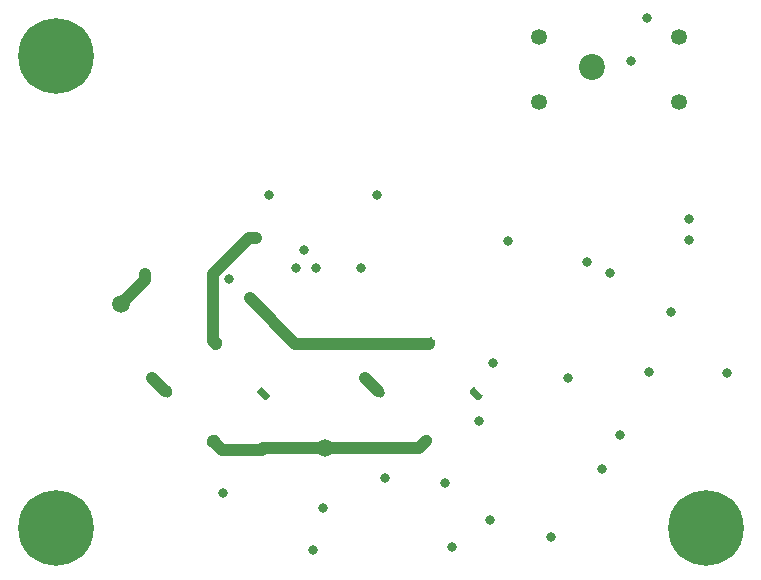
<source format=gbr>
G04 #@! TF.GenerationSoftware,KiCad,Pcbnew,(5.1.5-0)*
G04 #@! TF.CreationDate,2020-09-28T19:51:32-07:00*
G04 #@! TF.ProjectId,Luminometer_ADC,4c756d69-6e6f-46d6-9574-65725f414443,rev?*
G04 #@! TF.SameCoordinates,Original*
G04 #@! TF.FileFunction,Copper,L4,Bot*
G04 #@! TF.FilePolarity,Positive*
%FSLAX46Y46*%
G04 Gerber Fmt 4.6, Leading zero omitted, Abs format (unit mm)*
G04 Created by KiCad (PCBNEW (5.1.5-0)) date 2020-09-28 19:51:32*
%MOMM*%
%LPD*%
G04 APERTURE LIST*
%ADD10C,1.350000*%
%ADD11C,1.500000*%
%ADD12C,6.400000*%
%ADD13C,0.100000*%
%ADD14C,0.800000*%
%ADD15C,2.200000*%
%ADD16C,1.000000*%
%ADD17C,0.500000*%
G04 APERTURE END LIST*
D10*
X160898000Y-88869000D03*
X172768000Y-88869000D03*
X172768000Y-83369000D03*
X160898000Y-83369000D03*
D11*
X125500000Y-106000000D03*
D12*
X175000000Y-125000000D03*
X120000000Y-125000000D03*
G04 #@! TA.AperFunction,SMDPad,CuDef*
D13*
G36*
X133742546Y-108817238D02*
G01*
X133757107Y-108819398D01*
X133771386Y-108822975D01*
X133785246Y-108827934D01*
X133798553Y-108834228D01*
X133811179Y-108841796D01*
X133823002Y-108850564D01*
X133833909Y-108860450D01*
X134046041Y-109072582D01*
X134055927Y-109083489D01*
X134064695Y-109095312D01*
X134072263Y-109107938D01*
X134078557Y-109121245D01*
X134083516Y-109135105D01*
X134087093Y-109149384D01*
X134089253Y-109163945D01*
X134089975Y-109178648D01*
X134089253Y-109193351D01*
X134087093Y-109207912D01*
X134083516Y-109222191D01*
X134078557Y-109236051D01*
X134072263Y-109249358D01*
X134064695Y-109261984D01*
X134055927Y-109273807D01*
X134046041Y-109284714D01*
X133480355Y-109850400D01*
X133469448Y-109860286D01*
X133457625Y-109869054D01*
X133444999Y-109876622D01*
X133431692Y-109882916D01*
X133417832Y-109887875D01*
X133403553Y-109891452D01*
X133388992Y-109893612D01*
X133374289Y-109894334D01*
X133359586Y-109893612D01*
X133345025Y-109891452D01*
X133330746Y-109887875D01*
X133316886Y-109882916D01*
X133303579Y-109876622D01*
X133290953Y-109869054D01*
X133279130Y-109860286D01*
X133268223Y-109850400D01*
X133056091Y-109638268D01*
X133046205Y-109627361D01*
X133037437Y-109615538D01*
X133029869Y-109602912D01*
X133023575Y-109589605D01*
X133018616Y-109575745D01*
X133015039Y-109561466D01*
X133012879Y-109546905D01*
X133012157Y-109532202D01*
X133012879Y-109517499D01*
X133015039Y-109502938D01*
X133018616Y-109488659D01*
X133023575Y-109474799D01*
X133029869Y-109461492D01*
X133037437Y-109448866D01*
X133046205Y-109437043D01*
X133056091Y-109426136D01*
X133621777Y-108860450D01*
X133632684Y-108850564D01*
X133644507Y-108841796D01*
X133657133Y-108834228D01*
X133670440Y-108827934D01*
X133684300Y-108822975D01*
X133698579Y-108819398D01*
X133713140Y-108817238D01*
X133727843Y-108816516D01*
X133742546Y-108817238D01*
G37*
G04 #@! TD.AperFunction*
G04 #@! TA.AperFunction,SMDPad,CuDef*
G36*
X137419501Y-113059879D02*
G01*
X137434062Y-113062039D01*
X137448341Y-113065616D01*
X137462201Y-113070575D01*
X137475508Y-113076869D01*
X137488134Y-113084437D01*
X137499957Y-113093205D01*
X137510864Y-113103091D01*
X138076550Y-113668777D01*
X138086436Y-113679684D01*
X138095204Y-113691507D01*
X138102772Y-113704133D01*
X138109066Y-113717440D01*
X138114025Y-113731300D01*
X138117602Y-113745579D01*
X138119762Y-113760140D01*
X138120484Y-113774843D01*
X138119762Y-113789546D01*
X138117602Y-113804107D01*
X138114025Y-113818386D01*
X138109066Y-113832246D01*
X138102772Y-113845553D01*
X138095204Y-113858179D01*
X138086436Y-113870002D01*
X138076550Y-113880909D01*
X137864418Y-114093041D01*
X137853511Y-114102927D01*
X137841688Y-114111695D01*
X137829062Y-114119263D01*
X137815755Y-114125557D01*
X137801895Y-114130516D01*
X137787616Y-114134093D01*
X137773055Y-114136253D01*
X137758352Y-114136975D01*
X137743649Y-114136253D01*
X137729088Y-114134093D01*
X137714809Y-114130516D01*
X137700949Y-114125557D01*
X137687642Y-114119263D01*
X137675016Y-114111695D01*
X137663193Y-114102927D01*
X137652286Y-114093041D01*
X137086600Y-113527355D01*
X137076714Y-113516448D01*
X137067946Y-113504625D01*
X137060378Y-113491999D01*
X137054084Y-113478692D01*
X137049125Y-113464832D01*
X137045548Y-113450553D01*
X137043388Y-113435992D01*
X137042666Y-113421289D01*
X137043388Y-113406586D01*
X137045548Y-113392025D01*
X137049125Y-113377746D01*
X137054084Y-113363886D01*
X137060378Y-113350579D01*
X137067946Y-113337953D01*
X137076714Y-113326130D01*
X137086600Y-113315223D01*
X137298732Y-113103091D01*
X137309639Y-113093205D01*
X137321462Y-113084437D01*
X137334088Y-113076869D01*
X137347395Y-113070575D01*
X137361255Y-113065616D01*
X137375534Y-113062039D01*
X137390095Y-113059879D01*
X137404798Y-113059157D01*
X137419501Y-113059879D01*
G37*
G04 #@! TD.AperFunction*
G04 #@! TA.AperFunction,SMDPad,CuDef*
G36*
X133530414Y-117090388D02*
G01*
X133544975Y-117092548D01*
X133559254Y-117096125D01*
X133573114Y-117101084D01*
X133586421Y-117107378D01*
X133599047Y-117114946D01*
X133610870Y-117123714D01*
X133621777Y-117133600D01*
X133833909Y-117345732D01*
X133843795Y-117356639D01*
X133852563Y-117368462D01*
X133860131Y-117381088D01*
X133866425Y-117394395D01*
X133871384Y-117408255D01*
X133874961Y-117422534D01*
X133877121Y-117437095D01*
X133877843Y-117451798D01*
X133877121Y-117466501D01*
X133874961Y-117481062D01*
X133871384Y-117495341D01*
X133866425Y-117509201D01*
X133860131Y-117522508D01*
X133852563Y-117535134D01*
X133843795Y-117546957D01*
X133833909Y-117557864D01*
X133268223Y-118123550D01*
X133257316Y-118133436D01*
X133245493Y-118142204D01*
X133232867Y-118149772D01*
X133219560Y-118156066D01*
X133205700Y-118161025D01*
X133191421Y-118164602D01*
X133176860Y-118166762D01*
X133162157Y-118167484D01*
X133147454Y-118166762D01*
X133132893Y-118164602D01*
X133118614Y-118161025D01*
X133104754Y-118156066D01*
X133091447Y-118149772D01*
X133078821Y-118142204D01*
X133066998Y-118133436D01*
X133056091Y-118123550D01*
X132843959Y-117911418D01*
X132834073Y-117900511D01*
X132825305Y-117888688D01*
X132817737Y-117876062D01*
X132811443Y-117862755D01*
X132806484Y-117848895D01*
X132802907Y-117834616D01*
X132800747Y-117820055D01*
X132800025Y-117805352D01*
X132800747Y-117790649D01*
X132802907Y-117776088D01*
X132806484Y-117761809D01*
X132811443Y-117747949D01*
X132817737Y-117734642D01*
X132825305Y-117722016D01*
X132834073Y-117710193D01*
X132843959Y-117699286D01*
X133409645Y-117133600D01*
X133420552Y-117123714D01*
X133432375Y-117114946D01*
X133445001Y-117107378D01*
X133458308Y-117101084D01*
X133472168Y-117096125D01*
X133486447Y-117092548D01*
X133501008Y-117090388D01*
X133515711Y-117089666D01*
X133530414Y-117090388D01*
G37*
G04 #@! TD.AperFunction*
G04 #@! TA.AperFunction,SMDPad,CuDef*
G36*
X129146351Y-112847747D02*
G01*
X129160912Y-112849907D01*
X129175191Y-112853484D01*
X129189051Y-112858443D01*
X129202358Y-112864737D01*
X129214984Y-112872305D01*
X129226807Y-112881073D01*
X129237714Y-112890959D01*
X129803400Y-113456645D01*
X129813286Y-113467552D01*
X129822054Y-113479375D01*
X129829622Y-113492001D01*
X129835916Y-113505308D01*
X129840875Y-113519168D01*
X129844452Y-113533447D01*
X129846612Y-113548008D01*
X129847334Y-113562711D01*
X129846612Y-113577414D01*
X129844452Y-113591975D01*
X129840875Y-113606254D01*
X129835916Y-113620114D01*
X129829622Y-113633421D01*
X129822054Y-113646047D01*
X129813286Y-113657870D01*
X129803400Y-113668777D01*
X129591268Y-113880909D01*
X129580361Y-113890795D01*
X129568538Y-113899563D01*
X129555912Y-113907131D01*
X129542605Y-113913425D01*
X129528745Y-113918384D01*
X129514466Y-113921961D01*
X129499905Y-113924121D01*
X129485202Y-113924843D01*
X129470499Y-113924121D01*
X129455938Y-113921961D01*
X129441659Y-113918384D01*
X129427799Y-113913425D01*
X129414492Y-113907131D01*
X129401866Y-113899563D01*
X129390043Y-113890795D01*
X129379136Y-113880909D01*
X128813450Y-113315223D01*
X128803564Y-113304316D01*
X128794796Y-113292493D01*
X128787228Y-113279867D01*
X128780934Y-113266560D01*
X128775975Y-113252700D01*
X128772398Y-113238421D01*
X128770238Y-113223860D01*
X128769516Y-113209157D01*
X128770238Y-113194454D01*
X128772398Y-113179893D01*
X128775975Y-113165614D01*
X128780934Y-113151754D01*
X128787228Y-113138447D01*
X128794796Y-113125821D01*
X128803564Y-113113998D01*
X128813450Y-113103091D01*
X129025582Y-112890959D01*
X129036489Y-112881073D01*
X129048312Y-112872305D01*
X129060938Y-112864737D01*
X129074245Y-112858443D01*
X129088105Y-112853484D01*
X129102384Y-112849907D01*
X129116945Y-112847747D01*
X129131648Y-112847025D01*
X129146351Y-112847747D01*
G37*
G04 #@! TD.AperFunction*
G04 #@! TA.AperFunction,SMDPad,CuDef*
G36*
X151742546Y-108817238D02*
G01*
X151757107Y-108819398D01*
X151771386Y-108822975D01*
X151785246Y-108827934D01*
X151798553Y-108834228D01*
X151811179Y-108841796D01*
X151823002Y-108850564D01*
X151833909Y-108860450D01*
X152046041Y-109072582D01*
X152055927Y-109083489D01*
X152064695Y-109095312D01*
X152072263Y-109107938D01*
X152078557Y-109121245D01*
X152083516Y-109135105D01*
X152087093Y-109149384D01*
X152089253Y-109163945D01*
X152089975Y-109178648D01*
X152089253Y-109193351D01*
X152087093Y-109207912D01*
X152083516Y-109222191D01*
X152078557Y-109236051D01*
X152072263Y-109249358D01*
X152064695Y-109261984D01*
X152055927Y-109273807D01*
X152046041Y-109284714D01*
X151480355Y-109850400D01*
X151469448Y-109860286D01*
X151457625Y-109869054D01*
X151444999Y-109876622D01*
X151431692Y-109882916D01*
X151417832Y-109887875D01*
X151403553Y-109891452D01*
X151388992Y-109893612D01*
X151374289Y-109894334D01*
X151359586Y-109893612D01*
X151345025Y-109891452D01*
X151330746Y-109887875D01*
X151316886Y-109882916D01*
X151303579Y-109876622D01*
X151290953Y-109869054D01*
X151279130Y-109860286D01*
X151268223Y-109850400D01*
X151056091Y-109638268D01*
X151046205Y-109627361D01*
X151037437Y-109615538D01*
X151029869Y-109602912D01*
X151023575Y-109589605D01*
X151018616Y-109575745D01*
X151015039Y-109561466D01*
X151012879Y-109546905D01*
X151012157Y-109532202D01*
X151012879Y-109517499D01*
X151015039Y-109502938D01*
X151018616Y-109488659D01*
X151023575Y-109474799D01*
X151029869Y-109461492D01*
X151037437Y-109448866D01*
X151046205Y-109437043D01*
X151056091Y-109426136D01*
X151621777Y-108860450D01*
X151632684Y-108850564D01*
X151644507Y-108841796D01*
X151657133Y-108834228D01*
X151670440Y-108827934D01*
X151684300Y-108822975D01*
X151698579Y-108819398D01*
X151713140Y-108817238D01*
X151727843Y-108816516D01*
X151742546Y-108817238D01*
G37*
G04 #@! TD.AperFunction*
G04 #@! TA.AperFunction,SMDPad,CuDef*
G36*
X155419501Y-113059879D02*
G01*
X155434062Y-113062039D01*
X155448341Y-113065616D01*
X155462201Y-113070575D01*
X155475508Y-113076869D01*
X155488134Y-113084437D01*
X155499957Y-113093205D01*
X155510864Y-113103091D01*
X156076550Y-113668777D01*
X156086436Y-113679684D01*
X156095204Y-113691507D01*
X156102772Y-113704133D01*
X156109066Y-113717440D01*
X156114025Y-113731300D01*
X156117602Y-113745579D01*
X156119762Y-113760140D01*
X156120484Y-113774843D01*
X156119762Y-113789546D01*
X156117602Y-113804107D01*
X156114025Y-113818386D01*
X156109066Y-113832246D01*
X156102772Y-113845553D01*
X156095204Y-113858179D01*
X156086436Y-113870002D01*
X156076550Y-113880909D01*
X155864418Y-114093041D01*
X155853511Y-114102927D01*
X155841688Y-114111695D01*
X155829062Y-114119263D01*
X155815755Y-114125557D01*
X155801895Y-114130516D01*
X155787616Y-114134093D01*
X155773055Y-114136253D01*
X155758352Y-114136975D01*
X155743649Y-114136253D01*
X155729088Y-114134093D01*
X155714809Y-114130516D01*
X155700949Y-114125557D01*
X155687642Y-114119263D01*
X155675016Y-114111695D01*
X155663193Y-114102927D01*
X155652286Y-114093041D01*
X155086600Y-113527355D01*
X155076714Y-113516448D01*
X155067946Y-113504625D01*
X155060378Y-113491999D01*
X155054084Y-113478692D01*
X155049125Y-113464832D01*
X155045548Y-113450553D01*
X155043388Y-113435992D01*
X155042666Y-113421289D01*
X155043388Y-113406586D01*
X155045548Y-113392025D01*
X155049125Y-113377746D01*
X155054084Y-113363886D01*
X155060378Y-113350579D01*
X155067946Y-113337953D01*
X155076714Y-113326130D01*
X155086600Y-113315223D01*
X155298732Y-113103091D01*
X155309639Y-113093205D01*
X155321462Y-113084437D01*
X155334088Y-113076869D01*
X155347395Y-113070575D01*
X155361255Y-113065616D01*
X155375534Y-113062039D01*
X155390095Y-113059879D01*
X155404798Y-113059157D01*
X155419501Y-113059879D01*
G37*
G04 #@! TD.AperFunction*
G04 #@! TA.AperFunction,SMDPad,CuDef*
G36*
X151530414Y-117090388D02*
G01*
X151544975Y-117092548D01*
X151559254Y-117096125D01*
X151573114Y-117101084D01*
X151586421Y-117107378D01*
X151599047Y-117114946D01*
X151610870Y-117123714D01*
X151621777Y-117133600D01*
X151833909Y-117345732D01*
X151843795Y-117356639D01*
X151852563Y-117368462D01*
X151860131Y-117381088D01*
X151866425Y-117394395D01*
X151871384Y-117408255D01*
X151874961Y-117422534D01*
X151877121Y-117437095D01*
X151877843Y-117451798D01*
X151877121Y-117466501D01*
X151874961Y-117481062D01*
X151871384Y-117495341D01*
X151866425Y-117509201D01*
X151860131Y-117522508D01*
X151852563Y-117535134D01*
X151843795Y-117546957D01*
X151833909Y-117557864D01*
X151268223Y-118123550D01*
X151257316Y-118133436D01*
X151245493Y-118142204D01*
X151232867Y-118149772D01*
X151219560Y-118156066D01*
X151205700Y-118161025D01*
X151191421Y-118164602D01*
X151176860Y-118166762D01*
X151162157Y-118167484D01*
X151147454Y-118166762D01*
X151132893Y-118164602D01*
X151118614Y-118161025D01*
X151104754Y-118156066D01*
X151091447Y-118149772D01*
X151078821Y-118142204D01*
X151066998Y-118133436D01*
X151056091Y-118123550D01*
X150843959Y-117911418D01*
X150834073Y-117900511D01*
X150825305Y-117888688D01*
X150817737Y-117876062D01*
X150811443Y-117862755D01*
X150806484Y-117848895D01*
X150802907Y-117834616D01*
X150800747Y-117820055D01*
X150800025Y-117805352D01*
X150800747Y-117790649D01*
X150802907Y-117776088D01*
X150806484Y-117761809D01*
X150811443Y-117747949D01*
X150817737Y-117734642D01*
X150825305Y-117722016D01*
X150834073Y-117710193D01*
X150843959Y-117699286D01*
X151409645Y-117133600D01*
X151420552Y-117123714D01*
X151432375Y-117114946D01*
X151445001Y-117107378D01*
X151458308Y-117101084D01*
X151472168Y-117096125D01*
X151486447Y-117092548D01*
X151501008Y-117090388D01*
X151515711Y-117089666D01*
X151530414Y-117090388D01*
G37*
G04 #@! TD.AperFunction*
G04 #@! TA.AperFunction,SMDPad,CuDef*
G36*
X147146351Y-112847747D02*
G01*
X147160912Y-112849907D01*
X147175191Y-112853484D01*
X147189051Y-112858443D01*
X147202358Y-112864737D01*
X147214984Y-112872305D01*
X147226807Y-112881073D01*
X147237714Y-112890959D01*
X147803400Y-113456645D01*
X147813286Y-113467552D01*
X147822054Y-113479375D01*
X147829622Y-113492001D01*
X147835916Y-113505308D01*
X147840875Y-113519168D01*
X147844452Y-113533447D01*
X147846612Y-113548008D01*
X147847334Y-113562711D01*
X147846612Y-113577414D01*
X147844452Y-113591975D01*
X147840875Y-113606254D01*
X147835916Y-113620114D01*
X147829622Y-113633421D01*
X147822054Y-113646047D01*
X147813286Y-113657870D01*
X147803400Y-113668777D01*
X147591268Y-113880909D01*
X147580361Y-113890795D01*
X147568538Y-113899563D01*
X147555912Y-113907131D01*
X147542605Y-113913425D01*
X147528745Y-113918384D01*
X147514466Y-113921961D01*
X147499905Y-113924121D01*
X147485202Y-113924843D01*
X147470499Y-113924121D01*
X147455938Y-113921961D01*
X147441659Y-113918384D01*
X147427799Y-113913425D01*
X147414492Y-113907131D01*
X147401866Y-113899563D01*
X147390043Y-113890795D01*
X147379136Y-113880909D01*
X146813450Y-113315223D01*
X146803564Y-113304316D01*
X146794796Y-113292493D01*
X146787228Y-113279867D01*
X146780934Y-113266560D01*
X146775975Y-113252700D01*
X146772398Y-113238421D01*
X146770238Y-113223860D01*
X146769516Y-113209157D01*
X146770238Y-113194454D01*
X146772398Y-113179893D01*
X146775975Y-113165614D01*
X146780934Y-113151754D01*
X146787228Y-113138447D01*
X146794796Y-113125821D01*
X146803564Y-113113998D01*
X146813450Y-113103091D01*
X147025582Y-112890959D01*
X147036489Y-112881073D01*
X147048312Y-112872305D01*
X147060938Y-112864737D01*
X147074245Y-112858443D01*
X147088105Y-112853484D01*
X147102384Y-112849907D01*
X147116945Y-112847747D01*
X147131648Y-112847025D01*
X147146351Y-112847747D01*
G37*
G04 #@! TD.AperFunction*
D11*
X142748000Y-118237000D03*
D12*
X120000000Y-85000000D03*
D14*
X170180000Y-111760000D03*
X166878000Y-103378000D03*
D15*
X165354000Y-85979000D03*
D14*
X176784000Y-111887000D03*
X173609000Y-100584000D03*
X167767000Y-117094000D03*
X152908000Y-121158000D03*
X147828000Y-120777000D03*
X134112000Y-122047000D03*
X141732000Y-126873000D03*
X161925000Y-125730000D03*
X156718000Y-124333000D03*
X155829000Y-115951000D03*
X134620000Y-103886000D03*
X145796000Y-102997000D03*
X164973000Y-102489000D03*
X128143000Y-112268000D03*
X146177000Y-112268000D03*
X127500000Y-103500000D03*
X166243000Y-120015000D03*
X172085000Y-106680000D03*
X140335000Y-102997000D03*
X170053000Y-81788000D03*
X173609000Y-98806000D03*
X168656000Y-85471000D03*
X158242000Y-100711000D03*
X147193000Y-96774000D03*
X138049000Y-96774000D03*
X137414000Y-118364000D03*
X163322000Y-112268000D03*
X140970000Y-101473000D03*
X141986000Y-102997000D03*
X157000000Y-111000000D03*
X142621000Y-123317000D03*
X153543000Y-126619000D03*
X136906000Y-100457000D03*
X136398000Y-105537000D03*
D16*
X127500000Y-104000000D02*
X125500000Y-106000000D01*
X127500000Y-103500000D02*
X127500000Y-104000000D01*
X129260934Y-113385934D02*
X128143000Y-112268000D01*
X129308425Y-113385934D02*
X129260934Y-113385934D01*
X147294934Y-113385934D02*
X146177000Y-112268000D01*
X147308425Y-113385934D02*
X147294934Y-113385934D01*
D17*
X137297575Y-118247575D02*
X137414000Y-118364000D01*
X142621000Y-118364000D02*
X142748000Y-118237000D01*
D16*
X137541000Y-118237000D02*
X137414000Y-118364000D01*
X142748000Y-118237000D02*
X137541000Y-118237000D01*
X134074359Y-118364000D02*
X133338934Y-117628575D01*
X137414000Y-118364000D02*
X134074359Y-118364000D01*
X150730509Y-118237000D02*
X151338934Y-117628575D01*
X142748000Y-118237000D02*
X150730509Y-118237000D01*
X136340315Y-100457000D02*
X136906000Y-100457000D01*
X133338934Y-103458381D02*
X136340315Y-100457000D01*
X133338934Y-109143293D02*
X133338934Y-103458381D01*
X133551066Y-109355425D02*
X133338934Y-109143293D01*
X140216425Y-109355425D02*
X136398000Y-105537000D01*
X151551066Y-109355425D02*
X140216425Y-109355425D01*
M02*

</source>
